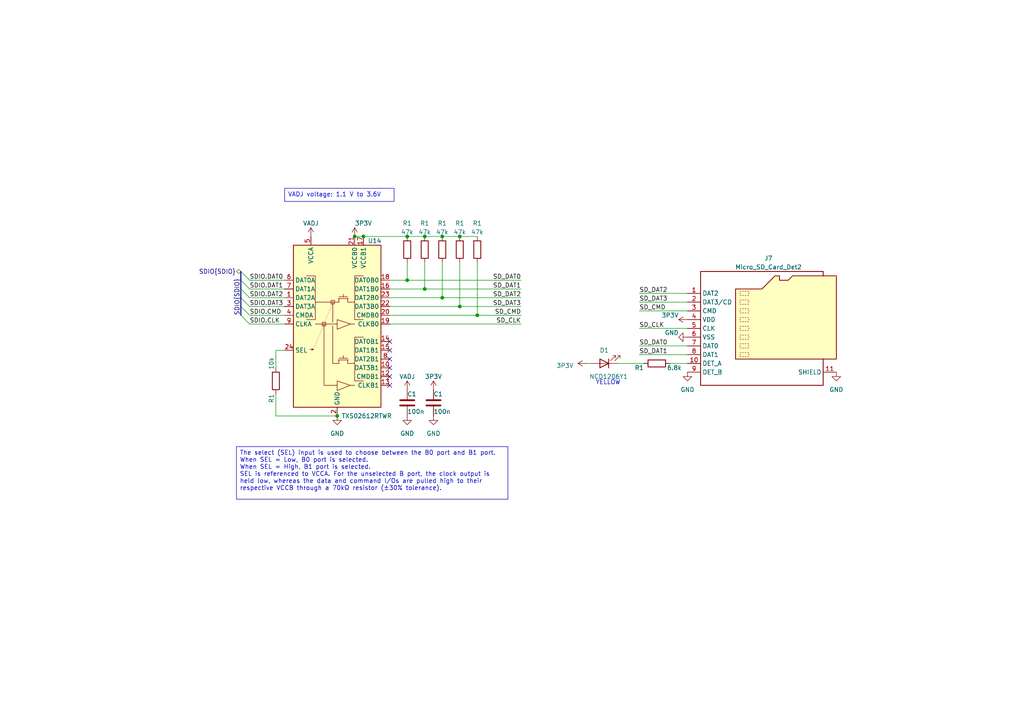
<source format=kicad_sch>
(kicad_sch (version 20230121) (generator eeschema)
  (paper "A4")
  (title_block (title "SDIO") (date "2023-03-02") (rev "1.0.1") (company "CHIPS Alliance") (comment 1 "Rui Huang (2023-03-02)") (comment 2 "Rui Huang (2023-03-02)") (comment 4 "Rui Huang (2023-03-02)"))
  (lib_symbols
    (symbol "CHIPSAlliance_Connector:Micro_SD_Card_Det2"
      (property "Reference" "J" (at 0 1.27 0))
      (property "Value" "Micro_SD_Card_Det2" (at 0 -34.29 0))
      (symbol "Micro_SD_Card_Det2_0_1"
        (polyline (pts (xy 35.56 -1.27) (xy 35.56 0) (xy 0 0) (xy 0 -33.02) (xy 35.56 -33.02) (xy 35.56 -25.4)) (stroke (width 0.254)))
        (polyline (pts (xy 10.16 -25.4) (xy 10.16 -5.08) (xy 17.78 -5.08) (xy 21.59 -1.27) (xy 22.86 -1.27) (xy 22.86 -2.54) (xy 25.4 -2.54) (xy 26.67 -1.27) (xy 39.37 -1.27) (xy 39.37 -25.4) (xy 10.16 -25.4)) (stroke (width 0.254)) (fill (type background)))
      )
      (symbol "Micro_SD_Card_Det2_1_1"
        (polyline (pts (xy 11.43 -24.7396) (xy 11.7856 -24.7396)) (stroke (width 0.127)))
        (polyline (pts (xy 11.43 -24.3332) (xy 11.43 -23.9776)) (stroke (width 0.127)))
        (polyline (pts (xy 11.43 -23.5204) (xy 11.7856 -23.5204)) (stroke (width 0.127)))
        (polyline (pts (xy 11.43 -22.1996) (xy 11.7856 -22.1996)) (stroke (width 0.127)))
        (polyline (pts (xy 11.43 -21.7932) (xy 11.43 -21.4376)) (stroke (width 0.127)))
        (polyline (pts (xy 11.43 -20.9804) (xy 11.7856 -20.9804)) (stroke (width 0.127)))
        (polyline (pts (xy 11.43 -19.6596) (xy 11.7856 -19.6596)) (stroke (width 0.127)))
        (polyline (pts (xy 11.43 -19.2532) (xy 11.43 -18.8976)) (stroke (width 0.127)))
        (polyline (pts (xy 11.43 -18.4404) (xy 11.7856 -18.4404)) (stroke (width 0.127)))
        (polyline (pts (xy 11.43 -17.1196) (xy 11.7856 -17.1196)) (stroke (width 0.127)))
        (polyline (pts (xy 11.43 -16.7132) (xy 11.43 -16.3576)) (stroke (width 0.127)))
        (polyline (pts (xy 11.43 -15.9004) (xy 11.7856 -15.9004)) (stroke (width 0.127)))
        (polyline (pts (xy 11.43 -14.5796) (xy 11.7856 -14.5796)) (stroke (width 0.127)))
        (polyline (pts (xy 11.43 -14.1732) (xy 11.43 -13.8176)) (stroke (width 0.127)))
        (polyline (pts (xy 11.43 -13.3604) (xy 11.7856 -13.3604)) (stroke (width 0.127)))
        (polyline (pts (xy 11.43 -12.0396) (xy 11.7856 -12.0396)) (stroke (width 0.127)))
        (polyline (pts (xy 11.43 -11.6332) (xy 11.43 -11.2776)) (stroke (width 0.127)))
        (polyline (pts (xy 11.43 -10.8204) (xy 11.7856 -10.8204)) (stroke (width 0.127)))
        (polyline (pts (xy 11.43 -9.4996) (xy 11.7856 -9.4996)) (stroke (width 0.127)))
        (polyline (pts (xy 11.43 -9.0932) (xy 11.43 -8.7376)) (stroke (width 0.127)))
        (polyline (pts (xy 11.43 -8.2804) (xy 11.7856 -8.2804)) (stroke (width 0.127)))
        (polyline (pts (xy 11.43 -6.9596) (xy 11.7856 -6.9596)) (stroke (width 0.127)))
        (polyline (pts (xy 11.43 -6.5532) (xy 11.43 -6.1976)) (stroke (width 0.127)))
        (polyline (pts (xy 11.43 -5.7404) (xy 11.7856 -5.7404)) (stroke (width 0.127)))
        (polyline (pts (xy 12.4968 -24.7396) (xy 12.1412 -24.7396)) (stroke (width 0.127)))
        (polyline (pts (xy 12.4968 -23.5204) (xy 12.1412 -23.5204)) (stroke (width 0.127)))
        (polyline (pts (xy 12.4968 -22.1996) (xy 12.1412 -22.1996)) (stroke (width 0.127)))
        (polyline (pts (xy 12.4968 -20.9804) (xy 12.1412 -20.9804)) (stroke (width 0.127)))
        (polyline (pts (xy 12.4968 -19.6596) (xy 12.1412 -19.6596)) (stroke (width 0.127)))
        (polyline (pts (xy 12.4968 -18.4404) (xy 12.1412 -18.4404)) (stroke (width 0.127)))
        (polyline (pts (xy 12.4968 -17.1196) (xy 12.1412 -17.1196)) (stroke (width 0.127)))
        (polyline (pts (xy 12.4968 -15.9004) (xy 12.1412 -15.9004)) (stroke (width 0.127)))
        (polyline (pts (xy 12.4968 -14.5796) (xy 12.1412 -14.5796)) (stroke (width 0.127)))
        (polyline (pts (xy 12.4968 -13.3604) (xy 12.1412 -13.3604)) (stroke (width 0.127)))
        (polyline (pts (xy 12.4968 -12.0396) (xy 12.1412 -12.0396)) (stroke (width 0.127)))
        (polyline (pts (xy 12.4968 -10.8204) (xy 12.1412 -10.8204)) (stroke (width 0.127)))
        (polyline (pts (xy 12.4968 -9.4996) (xy 12.1412 -9.4996)) (stroke (width 0.127)))
        (polyline (pts (xy 12.4968 -8.2804) (xy 12.1412 -8.2804)) (stroke (width 0.127)))
        (polyline (pts (xy 12.4968 -6.9596) (xy 12.1412 -6.9596)) (stroke (width 0.127)))
        (polyline (pts (xy 12.4968 -5.7404) (xy 12.1412 -5.7404)) (stroke (width 0.127)))
        (polyline (pts (xy 13.208 -24.7396) (xy 12.8524 -24.7396)) (stroke (width 0.127)))
        (polyline (pts (xy 13.208 -23.5204) (xy 12.8524 -23.5204)) (stroke (width 0.127)))
        (polyline (pts (xy 13.208 -22.1996) (xy 12.8524 -22.1996)) (stroke (width 0.127)))
        (polyline (pts (xy 13.208 -20.9804) (xy 12.8524 -20.9804)) (stroke (width 0.127)))
        (polyline (pts (xy 13.208 -19.6596) (xy 12.8524 -19.6596)) (stroke (width 0.127)))
        (polyline (pts (xy 13.208 -18.4404) (xy 12.8524 -18.4404)) (stroke (width 0.127)))
        (polyline (pts (xy 13.208 -17.1196) (xy 12.8524 -17.1196)) (stroke (width 0.127)))
        (polyline (pts (xy 13.208 -15.9004) (xy 12.8524 -15.9004)) (stroke (width 0.127)))
        (polyline (pts (xy 13.208 -14.5796) (xy 12.8524 -14.5796)) (stroke (width 0.127)))
        (polyline (pts (xy 13.208 -13.3604) (xy 12.8524 -13.3604)) (stroke (width 0.127)))
        (polyline (pts (xy 13.208 -12.0396) (xy 12.8524 -12.0396)) (stroke (width 0.127)))
        (polyline (pts (xy 13.208 -10.8204) (xy 12.8524 -10.8204)) (stroke (width 0.127)))
        (polyline (pts (xy 13.208 -9.4996) (xy 12.8524 -9.4996)) (stroke (width 0.127)))
        (polyline (pts (xy 13.208 -8.2804) (xy 12.8524 -8.2804)) (stroke (width 0.127)))
        (polyline (pts (xy 13.208 -6.9596) (xy 12.8524 -6.9596)) (stroke (width 0.127)))
        (polyline (pts (xy 13.208 -5.7404) (xy 12.8524 -5.7404)) (stroke (width 0.127)))
        (polyline (pts (xy 13.97 -24.7396) (xy 13.6144 -24.7396)) (stroke (width 0.127)))
        (polyline (pts (xy 13.97 -24.2824) (xy 13.97 -23.9268)) (stroke (width 0.127)))
        (polyline (pts (xy 13.97 -23.5204) (xy 13.6144 -23.5204)) (stroke (width 0.127)))
        (polyline (pts (xy 13.97 -22.1996) (xy 13.6144 -22.1996)) (stroke (width 0.127)))
        (polyline (pts (xy 13.97 -21.7424) (xy 13.97 -21.3868)) (stroke (width 0.127)))
        (polyline (pts (xy 13.97 -20.9804) (xy 13.6144 -20.9804)) (stroke (width 0.127)))
        (polyline (pts (xy 13.97 -19.6596) (xy 13.6144 -19.6596)) (stroke (width 0.127)))
        (polyline (pts (xy 13.97 -19.2024) (xy 13.97 -18.8468)) (stroke (width 0.127)))
        (polyline (pts (xy 13.97 -18.4404) (xy 13.6144 -18.4404)) (stroke (width 0.127)))
        (polyline (pts (xy 13.97 -17.1196) (xy 13.6144 -17.1196)) (stroke (width 0.127)))
        (polyline (pts (xy 13.97 -16.6624) (xy 13.97 -16.3068)) (stroke (width 0.127)))
        (polyline (pts (xy 13.97 -15.9004) (xy 13.6144 -15.9004)) (stroke (width 0.127)))
        (polyline (pts (xy 13.97 -14.5796) (xy 13.6144 -14.5796)) (stroke (width 0.127)))
        (polyline (pts (xy 13.97 -14.1224) (xy 13.97 -13.7668)) (stroke (width 0.127)))
        (polyline (pts (xy 13.97 -13.3604) (xy 13.6144 -13.3604)) (stroke (width 0.127)))
        (polyline (pts (xy 13.97 -12.0396) (xy 13.6144 -12.0396)) (stroke (width 0.127)))
        (polyline (pts (xy 13.97 -11.5824) (xy 13.97 -11.2268)) (stroke (width 0.127)))
        (polyline (pts (xy 13.97 -10.8204) (xy 13.6144 -10.8204)) (stroke (width 0.127)))
        (polyline (pts (xy 13.97 -9.4996) (xy 13.6144 -9.4996)) (stroke (width 0.127)))
        (polyline (pts (xy 13.97 -9.0424) (xy 13.97 -8.6868)) (stroke (width 0.127)))
        (polyline (pts (xy 13.97 -8.2804) (xy 13.6144 -8.2804)) (stroke (width 0.127)))
        (polyline (pts (xy 13.97 -6.9596) (xy 13.6144 -6.9596)) (stroke (width 0.127)))
        (polyline (pts (xy 13.97 -6.5024) (xy 13.97 -6.1468)) (stroke (width 0.127)))
        (polyline (pts (xy 13.97 -5.7404) (xy 13.6144 -5.7404)) (stroke (width 0.127)))
        (pin bidirectional line (at -3.81 -6.35 0) (length 3.81) (name "DAT2") (number "1"))
        (pin passive line (at -3.81 -26.67 0) (length 3.81) (name "DET_A") (number "10"))
        (pin passive line (at 39.37 -29.21 180) (length 3.81) (name "SHIELD") (number "11"))
        (pin bidirectional line (at -3.81 -8.89 0) (length 3.81) (name "DAT3/CD") (number "2"))
        (pin input line (at -3.81 -11.43 0) (length 3.81) (name "CMD") (number "3"))
        (pin power_in line (at -3.81 -13.97 0) (length 3.81) (name "VDD") (number "4"))
        (pin input line (at -3.81 -16.51 0) (length 3.81) (name "CLK") (number "5"))
        (pin power_in line (at -3.81 -19.05 0) (length 3.81) (name "VSS") (number "6"))
        (pin bidirectional line (at -3.81 -21.59 0) (length 3.81) (name "DAT0") (number "7"))
        (pin bidirectional line (at -3.81 -24.13 0) (length 3.81) (name "DAT1") (number "8"))
        (pin passive line (at -3.81 -29.21 0) (length 3.81) (name "DET_B") (number "9"))
      )
    )
    (symbol "CHIPSAlliance_Logic:TXS02612RTWR"
      (property "Reference" "U" (at 1.27 1.27 0))
      (property "Value" "TXS02612RTWR" (at 0 -48.26 0))
      (symbol "TXS02612RTWR_0_1"
        (polyline (pts (xy 4.826 -30.226) (xy 5.842 -30.226)))
        (polyline (pts (xy 6.35 -22.86) (xy 12.7 -22.86)))
        (polyline (pts (xy 11.43 -22.352) (xy 11.43 -16.51)))
        (polyline (pts (xy 11.43 -16.51) (xy 5.842 -30.226)) (stroke (width 0) (type dot)))
        (polyline (pts (xy 16.51 -40.64) (xy 17.78 -40.64)))
        (polyline (pts (xy 16.51 -22.86) (xy 17.78 -22.86)))
        (polyline (pts (xy 17.78 -21.59) (xy 17.78 -21.59)))
        (polyline (pts (xy 5.334 -29.972) (xy 5.842 -30.226) (xy 5.334 -30.48)))
        (polyline (pts (xy 8.89 -22.86) (xy 8.89 -40.64) (xy 12.7 -40.64)))
        (polyline (pts (xy 11.43 -23.368) (xy 11.43 -34.29) (xy 12.7 -34.29)))
        (polyline (pts (xy 3.81 -8.89) (xy 6.35 -8.89) (xy 6.35 -21.59) (xy 3.81 -21.59)))
        (polyline (pts (xy 12.7 -39.37) (xy 12.7 -42.164) (xy 16.51 -40.64) (xy 12.7 -39.37)))
        (polyline (pts (xy 12.7 -21.59) (xy 12.7 -24.384) (xy 16.51 -22.86) (xy 12.7 -21.59)))
        (polyline (pts (xy 20.32 -26.67) (xy 17.78 -26.67) (xy 17.78 -39.37) (xy 20.32 -39.37)))
        (polyline (pts (xy 20.32 -8.89) (xy 17.78 -8.89) (xy 17.78 -21.59) (xy 20.32 -21.59)))
        (polyline (pts (xy 8.382 -23.368) (xy 9.398 -23.368) (xy 9.398 -22.352) (xy 8.382 -22.352) (xy 8.382 -23.368)))
        (polyline (pts (xy 10.922 -17.018) (xy 11.938 -17.018) (xy 11.938 -16.002) (xy 10.922 -16.002) (xy 10.922 -17.018)))
        (rectangle (start 0 0) (end 25.4 -46.99) (stroke (width 0.254)) (fill (type background)))
      )
      (symbol "TXS02612RTWR_1_0"
        (pin bidirectional line (at 27.94 -35.56 180) (length 2.54) (name "DAT3B1") (number "10"))
        (pin power_in line (at 12.7 -49.53 90) (length 2.54) hide (name "GND") (number "11"))
        (pin bidirectional line (at 27.94 -38.1 180) (length 2.54) (name "CMDB1") (number "12"))
        (pin output line (at 27.94 -40.64 180) (length 2.54) (name "CLKB1") (number "13"))
        (pin bidirectional line (at 27.94 -27.94 180) (length 2.54) (name "DAT0B1") (number "14"))
        (pin bidirectional line (at 27.94 -30.48 180) (length 2.54) (name "DAT1B1") (number "15"))
        (pin bidirectional line (at 27.94 -12.7 180) (length 2.54) (name "DAT1B0") (number "16"))
        (pin power_in line (at 20.32 2.54 270) (length 2.54) (name "VCCB1") (number "17"))
        (pin bidirectional line (at 27.94 -10.16 180) (length 2.54) (name "DAT0B0") (number "18"))
        (pin output line (at 27.94 -22.86 180) (length 2.54) (name "CLKB0") (number "19"))
        (pin power_in line (at 12.7 -49.53 90) (length 2.54) (name "GND") (number "2"))
        (pin bidirectional line (at 27.94 -20.32 180) (length 2.54) (name "CMDB0") (number "20"))
        (pin power_in line (at 17.78 2.54 270) (length 2.54) (name "VCCB0") (number "21"))
        (pin bidirectional line (at 27.94 -17.78 180) (length 2.54) (name "DAT3B0") (number "22"))
        (pin bidirectional line (at 27.94 -15.24 180) (length 2.54) (name "DAT2B0") (number "23"))
        (pin input line (at -2.54 -30.48 0) (length 2.54) (name "SEL") (number "24"))
        (pin bidirectional line (at -2.54 -12.7 0) (length 2.54) (name "DAT1A") (number "7"))
        (pin bidirectional line (at 27.94 -33.02 180) (length 2.54) (name "DAT2B1") (number "8"))
        (pin input line (at -2.54 -22.86 0) (length 2.54) (name "CLKA") (number "9"))
      )
      (symbol "TXS02612RTWR_1_1"
        (polyline (pts (xy 6.35 -16.51) (xy 13.208 -16.51)))
        (polyline (pts (xy 12.7 -34.29) (xy 13.208 -34.29)))
        (polyline (pts (xy 12.954 -33.274) (xy 16.002 -33.274)))
        (polyline (pts (xy 12.954 -15.494) (xy 16.002 -15.494)))
        (polyline (pts (xy 13.208 -34.29) (xy 13.208 -33.274)))
        (polyline (pts (xy 13.208 -32.766) (xy 15.748 -32.766)))
        (polyline (pts (xy 13.208 -16.51) (xy 13.208 -15.494)))
        (polyline (pts (xy 13.208 -14.986) (xy 15.748 -14.986)))
        (polyline (pts (xy 14.478 -32.766) (xy 14.478 -32.004)))
        (polyline (pts (xy 14.478 -14.986) (xy 14.478 -14.224)))
        (polyline (pts (xy 15.748 -34.29) (xy 15.748 -33.274)))
        (polyline (pts (xy 15.748 -16.51) (xy 15.748 -15.494)))
        (polyline (pts (xy 17.78 -34.29) (xy 15.748 -34.29)))
        (polyline (pts (xy 17.78 -16.51) (xy 15.748 -16.51)))
        (pin bidirectional line (at -2.54 -15.24 0) (length 2.54) (name "DAT2A") (number "1"))
        (pin input line (at 12.7 -49.53 90) (length 2.54) hide (name "GND") (number "25"))
        (pin bidirectional line (at -2.54 -17.78 0) (length 2.54) (name "DAT3A") (number "3"))
        (pin bidirectional line (at -2.54 -20.32 0) (length 2.54) (name "CMDA") (number "4"))
        (pin power_in line (at 5.08 2.54 270) (length 2.54) (name "VCCA") (number "5"))
        (pin bidirectional line (at -2.54 -10.16 0) (length 2.54) (name "DAT0A") (number "6"))
      )
    )
    (symbol "CHIPSAlliance_Power:3P3V" (power) (pin_names (offset 0))
      (property "Value" "3P3V" (at 0 3.81 0))
      (symbol "3P3V_0_1"
        (polyline (pts (xy -0.762 1.27) (xy 0 2.54)))
        (polyline (pts (xy 0 0) (xy 0 2.54)))
        (polyline (pts (xy 0 2.54) (xy 0.762 1.27)))
      )
      (symbol "3P3V_1_1"
        (pin power_in line (at 0 0 90) (length 0) hide (name "3P3V") (number "1"))
      )
    )
    (symbol "CHIPSAlliance_Power:GND" (power) (pin_names (offset 0))
      (property "Value" "GND" (at 0 -3.81 0))
      (symbol "GND_0_1"
        (polyline (pts (xy 0 0) (xy 0 -1.27) (xy 1.27 -1.27) (xy 0 -2.54) (xy -1.27 -1.27) (xy 0 -1.27)))
      )
      (symbol "GND_1_1"
        (pin power_in line (at 0 0 270) (length 0) hide (name "GND") (number "1"))
      )
    )
    (symbol "CHIPSAlliance_Power:VADJ" (power) (pin_names (offset 0))
      (property "Value" "VADJ" (at 0 3.81 0))
      (symbol "VADJ_0_1"
        (polyline (pts (xy -0.762 1.27) (xy 0 2.54)))
        (polyline (pts (xy 0 0) (xy 0 2.54)))
        (polyline (pts (xy 0 2.54) (xy 0.762 1.27)))
      )
      (symbol "VADJ_1_1"
        (pin power_in line (at 0 0 90) (length 0) hide (name "VADJ") (number "1"))
      )
    )
    (symbol "Device:C" (pin_numbers hide) (pin_names (offset 0.254))
      (property "Reference" "C" (at 0.635 2.54 0))
      (property "Value" "C" (at 0.635 -2.54 0))
      (symbol "C_0_1"
        (polyline (pts (xy -2.032 -0.762) (xy 2.032 -0.762)) (stroke (width 0.508)))
        (polyline (pts (xy -2.032 0.762) (xy 2.032 0.762)) (stroke (width 0.508)))
      )
      (symbol "C_1_1"
        (pin passive line (at 0 3.81 270) (length 2.794) (name "~") (number "1"))
        (pin passive line (at 0 -3.81 90) (length 2.794) (name "~") (number "2"))
      )
    )
    (symbol "Device:LED" (pin_numbers hide) (pin_names (offset 1.016) hide)
      (property "Reference" "D" (at 0 2.54 0))
      (property "Value" "LED" (at 0 -2.54 0))
      (symbol "LED_0_1"
        (polyline (pts (xy -1.27 -1.27) (xy -1.27 1.27)) (stroke (width 0.254)))
        (polyline (pts (xy -1.27 0) (xy 1.27 0)))
        (polyline (pts (xy 1.27 -1.27) (xy 1.27 1.27) (xy -1.27 0) (xy 1.27 -1.27)) (stroke (width 0.254)))
        (polyline (pts (xy -3.048 -0.762) (xy -4.572 -2.286) (xy -3.81 -2.286) (xy -4.572 -2.286) (xy -4.572 -1.524)))
        (polyline (pts (xy -1.778 -0.762) (xy -3.302 -2.286) (xy -2.54 -2.286) (xy -3.302 -2.286) (xy -3.302 -1.524)))
      )
      (symbol "LED_1_1"
        (pin passive line (at -3.81 0 0) (length 2.54) (name "K") (number "1"))
        (pin passive line (at 3.81 0 180) (length 2.54) (name "A") (number "2"))
      )
    )
    (symbol "Device:R" (pin_numbers hide) (pin_names (offset 0))
      (property "Reference" "R" (at 2.032 0 90))
      (property "Value" "R" (at 0 0 90))
      (symbol "R_0_1"
        (rectangle (start -1.016 -2.54) (end 1.016 2.54) (stroke (width 0.254)))
      )
      (symbol "R_1_1"
        (pin passive line (at 0 3.81 270) (length 1.27) (name "~") (number "1"))
        (pin passive line (at 0 -3.81 90) (length 1.27) (name "~") (number "2"))
      )
    )
  )
  (junction (at 123.19 83.82))
  (junction (at 118.11 68.58))
  (junction (at 128.27 68.58))
  (junction (at 133.35 68.58))
  (junction (at 138.43 91.44))
  (junction (at 105.41 68.58))
  (junction (at 97.79 120.65))
  (junction (at 133.35 88.9))
  (junction (at 118.11 81.28))
  (junction (at 123.19 68.58))
  (junction (at 102.87 68.58))
  (junction (at 128.27 86.36))
  (no_connect (at 113.03 104.14))
  (no_connect (at 113.03 109.22))
  (no_connect (at 113.03 99.06))
  (no_connect (at 113.03 106.68))
  (no_connect (at 113.03 111.76))
  (no_connect (at 113.03 101.6))
  (bus_entry (at 72.39 91.44) (size -2.54 -2.54))
  (bus_entry (at 72.39 81.28) (size -2.54 -2.54))
  (bus_entry (at 72.39 83.82) (size -2.54 -2.54))
  (bus_entry (at 72.39 93.98) (size -2.54 -2.54))
  (bus_entry (at 72.39 88.9) (size -2.54 -2.54))
  (bus_entry (at 72.39 86.36) (size -2.54 -2.54))
  (wire (pts (xy 80.01 101.6) (xy 80.01 106.68)))
  (wire (pts (xy 113.03 83.82) (xy 123.19 83.82)))
  (wire (pts (xy 185.42 90.17) (xy 199.39 90.17)))
  (wire (pts (xy 105.41 68.58) (xy 118.11 68.58)))
  (wire (pts (xy 123.19 68.58) (xy 128.27 68.58)))
  (bus (pts (xy 69.85 81.28) (xy 69.85 83.82)))
  (bus (pts (xy 69.85 78.74) (xy 69.85 81.28)))
  (wire (pts (xy 113.03 81.28) (xy 118.11 81.28)))
  (wire (pts (xy 179.07 105.41) (xy 186.69 105.41)))
  (wire (pts (xy 113.03 91.44) (xy 138.43 91.44)))
  (wire (pts (xy 128.27 68.58) (xy 133.35 68.58)))
  (wire (pts (xy 133.35 76.2) (xy 133.35 88.9)))
  (wire (pts (xy 123.19 76.2) (xy 123.19 83.82)))
  (wire (pts (xy 185.42 100.33) (xy 199.39 100.33)))
  (wire (pts (xy 113.03 86.36) (xy 128.27 86.36)))
  (wire (pts (xy 123.19 83.82) (xy 151.13 83.82)))
  (wire (pts (xy 185.42 87.63) (xy 199.39 87.63)))
  (wire (pts (xy 133.35 68.58) (xy 138.43 68.58)))
  (wire (pts (xy 113.03 88.9) (xy 133.35 88.9)))
  (bus (pts (xy 69.85 86.36) (xy 69.85 88.9)))
  (bus (pts (xy 69.85 88.9) (xy 69.85 91.44)))
  (wire (pts (xy 185.42 102.87) (xy 199.39 102.87)))
  (wire (pts (xy 102.87 68.58) (xy 105.41 68.58)))
  (wire (pts (xy 185.42 95.25) (xy 199.39 95.25)))
  (wire (pts (xy 138.43 76.2) (xy 138.43 91.44)))
  (wire (pts (xy 72.39 93.98) (xy 82.55 93.98)))
  (wire (pts (xy 80.01 120.65) (xy 97.79 120.65)))
  (wire (pts (xy 194.31 105.41) (xy 199.39 105.41)))
  (wire (pts (xy 72.39 81.28) (xy 82.55 81.28)))
  (wire (pts (xy 133.35 88.9) (xy 151.13 88.9)))
  (wire (pts (xy 170.18 105.41) (xy 171.45 105.41)))
  (wire (pts (xy 72.39 91.44) (xy 82.55 91.44)))
  (wire (pts (xy 118.11 81.28) (xy 151.13 81.28)))
  (wire (pts (xy 138.43 91.44) (xy 151.13 91.44)))
  (wire (pts (xy 80.01 101.6) (xy 82.55 101.6)))
  (bus (pts (xy 69.85 83.82) (xy 69.85 86.36)))
  (wire (pts (xy 185.42 85.09) (xy 199.39 85.09)))
  (wire (pts (xy 118.11 68.58) (xy 123.19 68.58)))
  (wire (pts (xy 80.01 114.3) (xy 80.01 120.65)))
  (wire (pts (xy 128.27 86.36) (xy 151.13 86.36)))
  (wire (pts (xy 72.39 83.82) (xy 82.55 83.82)))
  (wire (pts (xy 118.11 76.2) (xy 118.11 81.28)))
  (wire (pts (xy 72.39 86.36) (xy 82.55 86.36)))
  (wire (pts (xy 128.27 76.2) (xy 128.27 86.36)))
  (wire (pts (xy 113.03 93.98) (xy 151.13 93.98)))
  (wire (pts (xy 72.39 88.9) (xy 82.55 88.9)))
  (text_box "The select (SEL) input is used to choose between the B0 port and B1 port. \nWhen SEL = Low, B0 port is selected.\nWhen SEL = High, B1 port is selected.\nSEL is referenced to VCCA. For the unselected B port, the clock output is held low, whereas the data and command I/Os are pulled high to their respective VCCB through a 70kΩ resistor (±30% tolerance)." (at 68.58 129.54 0) (size 78.74 15.24) (effects (font (size 1.27 1.27)) (justify left top)))
  (text_box "VADJ voltage: 1.1 V to 3.6V" (at 82.55 54.61 0) (size 31.75 3.81) (effects (font (size 1.27 1.27)) (justify left top)))
  (text "YELLOW" (at 172.72 111.76 0) (effects (font (size 1.27 1.27)) (justify left bottom)))
  (label "SD_DAT0" (at 151.13 81.28 180))
  (label "SD_DAT3" (at 151.13 88.9 180))
  (label "SD_CLK" (at 151.13 93.98 180))
  (label "SD_DAT2" (at 185.42 85.09 0))
  (label "SDIO{SDIO}" (at 69.85 91.44 90))
  (label "SD_CLK" (at 185.42 95.25 0))
  (label "SD_DAT0" (at 185.42 100.33 0))
  (label "SDIO.DAT0" (at 72.39 81.28 0))
  (label "SDIO.DAT3" (at 72.39 88.9 0))
  (label "SD_DAT3" (at 185.42 87.63 0))
  (label "SD_DAT2" (at 151.13 86.36 180))
  (label "SDIO.DAT2" (at 72.39 86.36 0))
  (label "SD_CMD" (at 151.13 91.44 180))
  (label "SDIO.CMD" (at 72.39 91.44 0))
  (label "SD_DAT1" (at 151.13 83.82 180))
  (label "SD_DAT1" (at 185.42 102.87 0))
  (label "SDIO.DAT1" (at 72.39 83.82 0))
  (label "SDIO.CLK" (at 72.39 93.98 0))
  (label "SD_CMD" (at 185.42 90.17 0))
  (hierarchical_label "SDIO{SDIO}" (shape bidirectional) (at 69.85 78.74 180))
  (symbol (lib_id "Device:R") (at 118.11 72.39 180) (unit 1)
    (property "Reference" "R1" (at 118.11 64.77 0))
    (property "Value" "47k" (at 118.11 67.31 0))
    (property "Footprint" "Resistor_SMD:R_0402_1005Metric" (effects hide))
    (instances (project "fmc_usb_gpio_spi_jtag" (path "" (reference "R1") (unit 1)) (path "" (reference "R11") (unit 1)) (path "" (reference "R13") (unit 1))))
  )
  (symbol (lib_id "CHIPSAlliance_Power:GND") (at 125.73 120.65 0) (unit 1)
    (property "Reference" "#PWR0266" (effects hide))
    (property "Value" "GND" (at 125.73 125.73 0))
    (instances (project "fmc_usb_gpio_spi_jtag" (path "" (reference "#PWR0266") (unit 1)) (path "" (reference "#PWR0189") (unit 1))))
  )
  (symbol (lib_id "Device:R") (at 190.5 105.41 270) (unit 1)
    (property "Reference" "R1" (at 185.42 106.68 90))
    (property "Value" "6.8k" (at 195.58 106.68 90))
    (property "Footprint" "Resistor_SMD:R_0402_1005Metric" (effects hide))
    (instances (project "fmc_usb_gpio_spi_jtag" (path "" (reference "R1") (unit 1)) (path "" (reference "R5") (unit 1)) (path "" (reference "R18") (unit 1))))
  )
  (symbol (lib_id "CHIPSAlliance_Power:VADJ") (at 118.11 113.03 0) (unit 1)
    (property "Reference" "#PWR0249" (effects hide))
    (property "Value" "VADJ" (at 118.11 109.22 0))
    (instances (project "fmc_usb_gpio_spi_jtag" (path "" (reference "#PWR0249") (unit 1)) (path "" (reference "#PWR0119") (unit 1))))
  )
  (symbol (lib_id "Device:LED") (at 175.26 105.41 180) (unit 1)
    (property "Reference" "D1" (at 175.26 101.6 0))
    (property "Value" "NCD1206Y1" (at 176.53 109.22 0))
    (property "Footprint" "LED_SMD:LED_1206_3216Metric" (effects hide))
    (property "Datasheet" "https://atta.szlcsc.com/upload/public/pdf/source/20200820/C93094_6F5D01A021C9A31E770105D1A06BBAC1.pdf" (effects hide))
    (instances (project "fmc_usb_gpio_spi_jtag" (path "" (reference "D1") (unit 1)) (path "" (reference "D7") (unit 1))))
  )
  (symbol (lib_id "Device:R") (at 128.27 72.39 180) (unit 1)
    (property "Reference" "R1" (at 128.27 64.77 0))
    (property "Value" "47k" (at 128.27 67.31 0))
    (property "Footprint" "Resistor_SMD:R_0402_1005Metric" (effects hide))
    (instances (project "fmc_usb_gpio_spi_jtag" (path "" (reference "R1") (unit 1)) (path "" (reference "R11") (unit 1)) (path "" (reference "R15") (unit 1))))
  )
  (symbol (lib_id "CHIPSAlliance_Power:VADJ") (at 90.17 68.58 0) (unit 1)
    (property "Reference" "#PWR01" (effects hide))
    (property "Value" "VADJ" (at 90.17 64.77 0))
    (instances (project "fmc_usb_gpio_spi_jtag" (path "" (reference "#PWR01") (unit 1)) (path "" (reference "#PWR083") (unit 1)) (path "" (reference "#PWR089") (unit 1)) (path "" (reference "#PWR0183") (unit 1))))
  )
  (symbol (lib_id "Device:R") (at 133.35 72.39 180) (unit 1)
    (property "Reference" "R1" (at 133.35 64.77 0))
    (property "Value" "47k" (at 133.35 67.31 0))
    (property "Footprint" "Resistor_SMD:R_0402_1005Metric" (effects hide))
    (instances (project "fmc_usb_gpio_spi_jtag" (path "" (reference "R1") (unit 1)) (path "" (reference "R11") (unit 1)) (path "" (reference "R16") (unit 1))))
  )
  (symbol (lib_id "CHIPSAlliance_Power:3P3V") (at 199.39 92.71 90) (unit 1)
    (property "Reference" "#PWR073" (effects hide))
    (property "Value" "3P3V" (at 196.85 91.44 90) (effects (justify left)))
    (instances (project "fmc_usb_gpio_spi_jtag" (path "" (reference "#PWR073") (unit 1)) (path "" (reference "#PWR098") (unit 1)) (path "" (reference "#PWR0185") (unit 1))))
  )
  (symbol (lib_id "CHIPSAlliance_Connector:Micro_SD_Card_Det2") (at 203.2 78.74 0) (unit 1)
    (property "Reference" "J7" (at 222.885 74.93 0))
    (property "Value" "Micro_SD_Card_Det2" (at 222.885 77.47 0))
    (property "Footprint" "CHIPSAlliance_Connector:microSD_HC_Molex_104031-0811" (effects hide))
    (property "Datasheet" "https://atta.szlcsc.com/upload/public/pdf/source/20201117/C585350_D1F0B30BD23514449186B2E50ACE8BBF.pdf" (effects hide))
  )
  (symbol (lib_id "CHIPSAlliance_Power:3P3V") (at 125.73 113.03 0) (unit 1)
    (property "Reference" "#PWR0260" (effects hide))
    (property "Value" "3P3V" (at 125.73 109.22 0))
    (instances (project "fmc_usb_gpio_spi_jtag" (path "" (reference "#PWR0260") (unit 1)) (path "" (reference "#PWR0172") (unit 1))))
  )
  (symbol (lib_id "CHIPSAlliance_Power:GND") (at 199.39 107.95 0) (unit 1)
    (property "Reference" "#PWR0181" (effects hide))
    (property "Value" "GND" (at 199.39 113.03 0))
  )
  (symbol (lib_id "Device:C") (at 125.73 116.84 0) (unit 1)
    (property "Reference" "C1" (at 125.73 114.3 0) (effects (justify left)))
    (property "Value" "100n" (at 125.73 119.38 0) (effects (justify left)))
    (property "Footprint" "Capacitor_SMD:C_0402_1005Metric" (effects hide))
    (instances (project "fmc_usb_gpio_spi_jtag" (path "" (reference "C1") (unit 1)) (path "" (reference "C2") (unit 1)) (path "" (reference "C5") (unit 1)) (path "" (reference "C13") (unit 1)) (path "" (reference "C38") (unit 1)) (path "" (reference "C40") (unit 1))))
  )
  (symbol (lib_id "CHIPSAlliance_Power:3P3V") (at 102.87 68.58 0) (unit 1)
    (property "Reference" "#PWR073" (effects hide))
    (property "Value" "3P3V" (at 105.41 64.77 0))
    (instances (project "fmc_usb_gpio_spi_jtag" (path "" (reference "#PWR073") (unit 1)) (path "" (reference "#PWR098") (unit 1)) (path "" (reference "#PWR0186") (unit 1))))
  )
  (symbol (lib_id "Device:R") (at 138.43 72.39 180) (unit 1)
    (property "Reference" "R1" (at 138.43 64.77 0))
    (property "Value" "47k" (at 138.43 67.31 0))
    (property "Footprint" "Resistor_SMD:R_0402_1005Metric" (effects hide))
    (instances (project "fmc_usb_gpio_spi_jtag" (path "" (reference "R1") (unit 1)) (path "" (reference "R11") (unit 1)) (path "" (reference "R17") (unit 1))))
  )
  (symbol (lib_id "CHIPSAlliance_Power:3P3V") (at 170.18 105.41 90) (unit 1)
    (property "Reference" "#PWR0180" (effects hide))
    (property "Value" "3P3V" (at 166.37 106.045 90) (effects (justify left)))
  )
  (symbol (lib_id "CHIPSAlliance_Power:GND") (at 242.57 107.95 0) (unit 1)
    (property "Reference" "#PWR0182" (effects hide))
    (property "Value" "GND" (at 242.57 113.03 0))
  )
  (symbol (lib_id "CHIPSAlliance_Logic:TXS02612RTWR") (at 85.09 71.12 0) (unit 1)
    (property "Reference" "U14" (at 106.68 69.85 0) (effects (justify left)))
    (property "Value" "TXS02612RTWR" (at 99.06 120.65 0) (effects (justify left)))
    (property "Footprint" "CHIPSAlliance_Logic:WQFN-24-1EP_4x4mm_P0.5mm_EP2.45x2.45mm" (effects hide))
    (property "Datasheet" "https://www.ti.com/lit/ds/symlink/txs02612.pdf" (effects hide))
  )
  (symbol (lib_id "CHIPSAlliance_Power:GND") (at 199.39 97.79 270) (unit 1)
    (property "Reference" "#PWR0179" (effects hide))
    (property "Value" "GND" (at 196.85 96.52 90) (effects (justify right)))
  )
  (symbol (lib_id "Device:R") (at 80.01 110.49 180) (unit 1)
    (property "Reference" "R1" (at 78.74 115.57 90))
    (property "Value" "10k" (at 78.74 105.41 90))
    (property "Footprint" "Resistor_SMD:R_0402_1005Metric" (effects hide))
    (instances (project "fmc_usb_gpio_spi_jtag" (path "" (reference "R1") (unit 1)) (path "" (reference "R11") (unit 1)) (path "" (reference "R12") (unit 1))))
  )
  (symbol (lib_id "CHIPSAlliance_Power:GND") (at 118.11 120.65 0) (unit 1)
    (property "Reference" "#PWR0255" (effects hide))
    (property "Value" "GND" (at 118.11 125.73 0))
    (instances (project "fmc_usb_gpio_spi_jtag" (path "" (reference "#PWR0255") (unit 1)) (path "" (reference "#PWR0170") (unit 1))))
  )
  (symbol (lib_id "CHIPSAlliance_Power:GND") (at 97.79 120.65 0) (unit 1)
    (property "Reference" "#PWR0175" (effects hide))
    (property "Value" "GND" (at 97.79 125.73 0))
  )
  (symbol (lib_id "Device:C") (at 118.11 116.84 0) (unit 1)
    (property "Reference" "C1" (at 118.11 114.3 0) (effects (justify left)))
    (property "Value" "100n" (at 118.11 119.38 0) (effects (justify left)))
    (property "Footprint" "Capacitor_SMD:C_0402_1005Metric" (effects hide))
    (instances (project "fmc_usb_gpio_spi_jtag" (path "" (reference "C1") (unit 1)) (path "" (reference "C2") (unit 1)) (path "" (reference "C5") (unit 1)) (path "" (reference "C12") (unit 1)) (path "" (reference "C37") (unit 1)) (path "" (reference "C39") (unit 1))))
  )
  (symbol (lib_id "Device:R") (at 123.19 72.39 180) (unit 1)
    (property "Reference" "R1" (at 123.19 64.77 0))
    (property "Value" "47k" (at 123.19 67.31 0))
    (property "Footprint" "Resistor_SMD:R_0402_1005Metric" (effects hide))
    (instances (project "fmc_usb_gpio_spi_jtag" (path "" (reference "R1") (unit 1)) (path "" (reference "R11") (unit 1)) (path "" (reference "R14") (unit 1))))
  )
)
</source>
